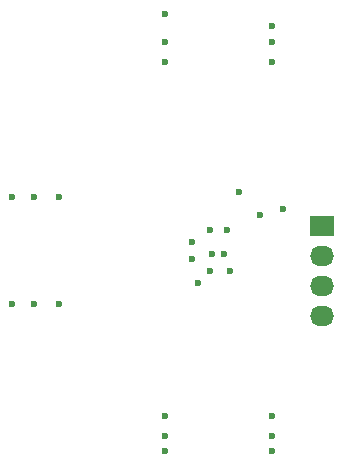
<source format=gbl>
G04 #@! TF.FileFunction,Copper,L4,Bot,Signal*
%FSLAX46Y46*%
G04 Gerber Fmt 4.6, Leading zero omitted, Abs format (unit mm)*
G04 Created by KiCad (PCBNEW 4.0.2-stable) date Fri Jun 24 00:37:15 2016*
%MOMM*%
G01*
G04 APERTURE LIST*
%ADD10C,0.100000*%
%ADD11R,2.032000X1.727200*%
%ADD12O,2.032000X1.727200*%
%ADD13C,0.600000*%
G04 APERTURE END LIST*
D10*
D11*
X157250000Y-102920000D03*
D12*
X157250000Y-105460000D03*
X157250000Y-108000000D03*
X157250000Y-110540000D03*
D13*
X153000000Y-89000000D03*
X153000000Y-86000000D03*
X144000000Y-85000000D03*
X144000000Y-89000000D03*
X135000000Y-100480000D03*
X131000000Y-100480000D03*
X131000000Y-109520000D03*
X135000000Y-109520000D03*
X153000000Y-122000000D03*
X153020000Y-119000000D03*
X143980000Y-122000000D03*
X143980000Y-119000000D03*
X153020000Y-120675000D03*
X143980000Y-120675000D03*
X132925000Y-109520000D03*
X132925000Y-100480000D03*
X144000000Y-87300000D03*
X153040000Y-87300000D03*
X147750000Y-106750000D03*
X149457120Y-106750000D03*
X149250000Y-103278600D03*
X147750000Y-103250000D03*
X146250000Y-105750000D03*
X146250000Y-104250000D03*
X149001053Y-105249077D03*
X147998947Y-105249077D03*
X150250000Y-100000000D03*
X146750000Y-107750000D03*
X154000000Y-101500000D03*
X152000000Y-102000000D03*
M02*

</source>
